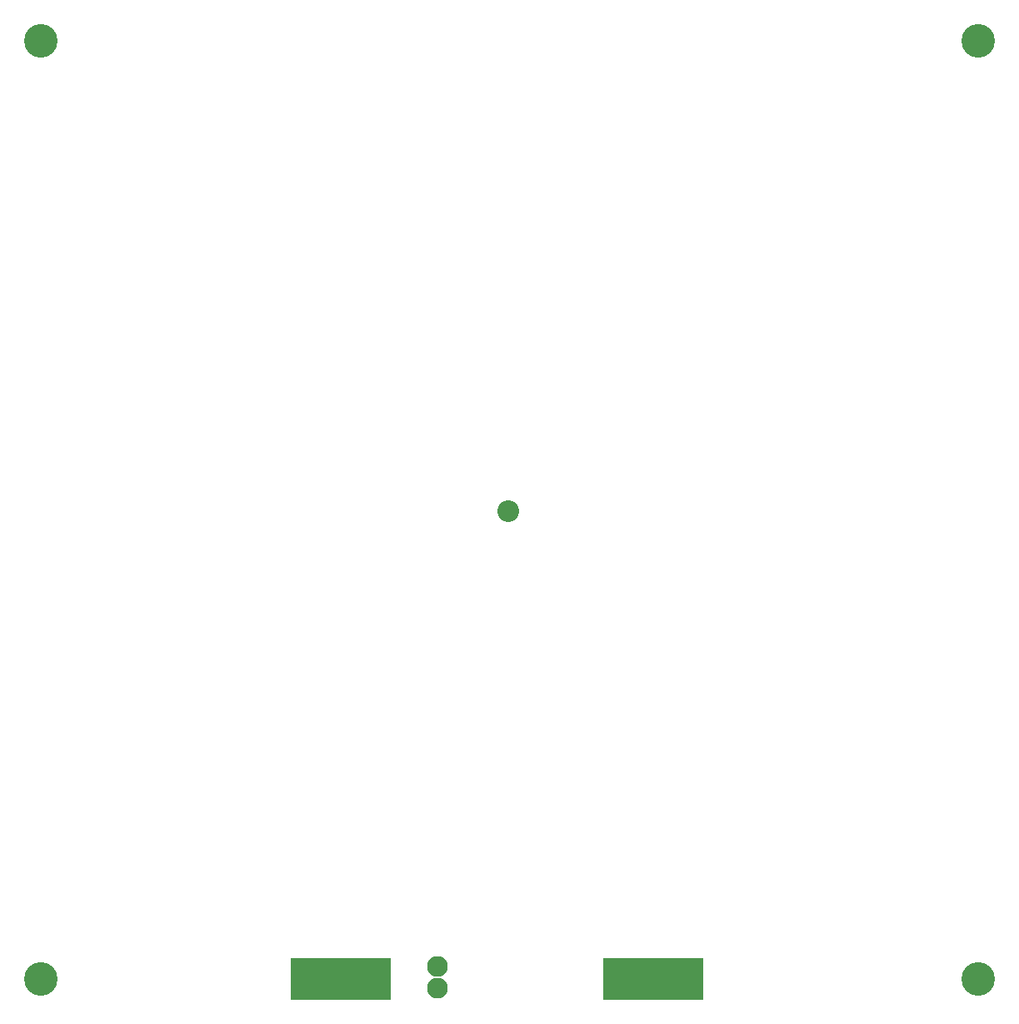
<source format=gts>
G75*
%MOIN*%
%OFA0B0*%
%FSLAX24Y24*%
%IPPOS*%
%LPD*%
%AMOC8*
5,1,8,0,0,1.08239X$1,22.5*
%
%ADD10C,0.0867*%
%ADD11C,0.1340*%
%ADD12C,0.0828*%
%ADD13R,0.4017X0.1655*%
%ADD14C,0.1261*%
D10*
X022445Y022578D03*
D11*
X003760Y003893D03*
X041260Y003893D03*
X041260Y041393D03*
X003760Y041393D03*
D12*
X019635Y004393D03*
X019635Y003518D03*
D13*
X015760Y003893D03*
X028260Y003893D03*
D14*
X028328Y003893D02*
X029510Y003893D01*
X015691Y003893D02*
X014510Y003893D01*
M02*

</source>
